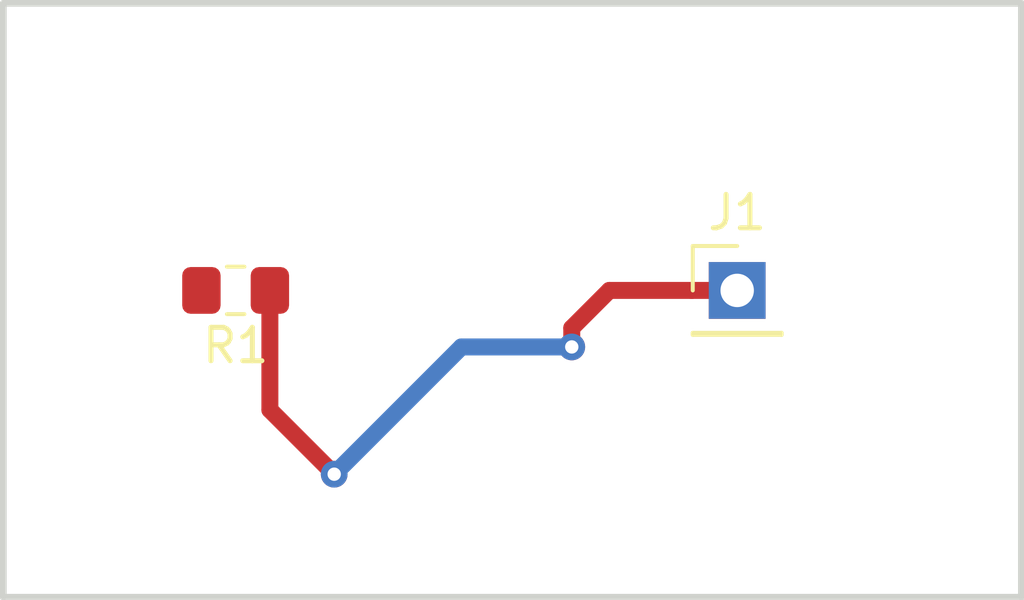
<source format=kicad_pcb>
(kicad_pcb (version 20171130) (host pcbnew "(5.0.0-3-g5ebb6b6)")

  (general
    (thickness 1.6)
    (drawings 4)
    (tracks 10)
    (zones 0)
    (modules 2)
    (nets 2)
  )

  (page A4)
  (layers
    (0 F.Cu signal)
    (31 B.Cu signal)
    (32 B.Adhes user)
    (33 F.Adhes user)
    (34 B.Paste user)
    (35 F.Paste user)
    (36 B.SilkS user)
    (37 F.SilkS user)
    (38 B.Mask user)
    (39 F.Mask user)
    (40 Dwgs.User user)
    (41 Cmts.User user)
    (42 Eco1.User user)
    (43 Eco2.User user)
    (44 Edge.Cuts user)
    (45 Margin user)
    (46 B.CrtYd user)
    (47 F.CrtYd user)
    (48 B.Fab user)
    (49 F.Fab user)
  )

  (setup
    (last_trace_width 0.508)
    (user_trace_width 0.508)
    (trace_clearance 0.2)
    (zone_clearance 0.508)
    (zone_45_only no)
    (trace_min 0.2)
    (segment_width 0.2)
    (edge_width 0.1)
    (via_size 0.8)
    (via_drill 0.4)
    (via_min_size 0.4)
    (via_min_drill 0.3)
    (uvia_size 0.3)
    (uvia_drill 0.1)
    (uvias_allowed no)
    (uvia_min_size 0.2)
    (uvia_min_drill 0.1)
    (pcb_text_width 0.3)
    (pcb_text_size 1.5 1.5)
    (mod_edge_width 0.15)
    (mod_text_size 1 1)
    (mod_text_width 0.15)
    (pad_size 1.5 1.5)
    (pad_drill 0.6)
    (pad_to_mask_clearance 0)
    (aux_axis_origin 0 0)
    (visible_elements FFFFFF7F)
    (pcbplotparams
      (layerselection 0x01000_ffffffff)
      (usegerberextensions true)
      (usegerberattributes false)
      (usegerberadvancedattributes false)
      (creategerberjobfile false)
      (excludeedgelayer true)
      (linewidth 0.100000)
      (plotframeref false)
      (viasonmask false)
      (mode 1)
      (useauxorigin false)
      (hpglpennumber 1)
      (hpglpenspeed 20)
      (hpglpendiameter 15.000000)
      (psnegative false)
      (psa4output false)
      (plotreference true)
      (plotvalue true)
      (plotinvisibletext false)
      (padsonsilk false)
      (subtractmaskfromsilk false)
      (outputformat 1)
      (mirror false)
      (drillshape 0)
      (scaleselection 1)
      (outputdirectory "gerber/"))
  )

  (net 0 "")
  (net 1 "Net-(J1-Pad1)")

  (net_class Default "This is the default net class."
    (clearance 0.2)
    (trace_width 0.25)
    (via_dia 0.8)
    (via_drill 0.4)
    (uvia_dia 0.3)
    (uvia_drill 0.1)
    (add_net "Net-(J1-Pad1)")
  )

  (module Connector_PinHeader_2.54mm:PinHeader_1x01_P2.54mm_Vertical (layer F.Cu) (tedit 59FED5CC) (tstamp 5C3BBA22)
    (at 166.751 87.335001)
    (descr "Through hole straight pin header, 1x01, 2.54mm pitch, single row")
    (tags "Through hole pin header THT 1x01 2.54mm single row")
    (path /5C2CDECA)
    (fp_text reference J1 (at 0 -2.33) (layer F.SilkS)
      (effects (font (size 1 1) (thickness 0.15)))
    )
    (fp_text value Conn_01x04 (at 0 2.33) (layer F.Fab)
      (effects (font (size 1 1) (thickness 0.15)))
    )
    (fp_line (start -0.635 -1.27) (end 1.27 -1.27) (layer F.Fab) (width 0.1))
    (fp_line (start 1.27 -1.27) (end 1.27 1.27) (layer F.Fab) (width 0.1))
    (fp_line (start 1.27 1.27) (end -1.27 1.27) (layer F.Fab) (width 0.1))
    (fp_line (start -1.27 1.27) (end -1.27 -0.635) (layer F.Fab) (width 0.1))
    (fp_line (start -1.27 -0.635) (end -0.635 -1.27) (layer F.Fab) (width 0.1))
    (fp_line (start -1.33 1.33) (end 1.33 1.33) (layer F.SilkS) (width 0.12))
    (fp_line (start -1.33 1.27) (end -1.33 1.33) (layer F.SilkS) (width 0.12))
    (fp_line (start 1.33 1.27) (end 1.33 1.33) (layer F.SilkS) (width 0.12))
    (fp_line (start -1.33 1.27) (end 1.33 1.27) (layer F.SilkS) (width 0.12))
    (fp_line (start -1.33 0) (end -1.33 -1.33) (layer F.SilkS) (width 0.12))
    (fp_line (start -1.33 -1.33) (end 0 -1.33) (layer F.SilkS) (width 0.12))
    (fp_line (start -1.8 -1.8) (end -1.8 1.8) (layer F.CrtYd) (width 0.05))
    (fp_line (start -1.8 1.8) (end 1.8 1.8) (layer F.CrtYd) (width 0.05))
    (fp_line (start 1.8 1.8) (end 1.8 -1.8) (layer F.CrtYd) (width 0.05))
    (fp_line (start 1.8 -1.8) (end -1.8 -1.8) (layer F.CrtYd) (width 0.05))
    (fp_text user %R (at 0 0 90) (layer F.Fab)
      (effects (font (size 1 1) (thickness 0.15)))
    )
    (pad 1 thru_hole rect (at 0 0) (size 1.7 1.7) (drill 1) (layers *.Cu *.Mask)
      (net 1 "Net-(J1-Pad1)"))
    (model ${KISYS3DMOD}/Connector_PinHeader_2.54mm.3dshapes/PinHeader_1x01_P2.54mm_Vertical.wrl
      (at (xyz 0 0 0))
      (scale (xyz 1 1 1))
      (rotate (xyz 0 0 0))
    )
  )

  (module Resistor_SMD:R_0805_2012Metric_Pad1.15x1.40mm_HandSolder (layer F.Cu) (tedit 5B36C52B) (tstamp 5C3BBA33)
    (at 151.735001 87.335001 180)
    (descr "Resistor SMD 0805 (2012 Metric), square (rectangular) end terminal, IPC_7351 nominal with elongated pad for handsoldering. (Body size source: https://docs.google.com/spreadsheets/d/1BsfQQcO9C6DZCsRaXUlFlo91Tg2WpOkGARC1WS5S8t0/edit?usp=sharing), generated with kicad-footprint-generator")
    (tags "resistor handsolder")
    (path /5C2CDFAB)
    (attr smd)
    (fp_text reference R1 (at 0 -1.65 180) (layer F.SilkS)
      (effects (font (size 1 1) (thickness 0.15)))
    )
    (fp_text value R_Small (at 0 1.65 180) (layer F.Fab)
      (effects (font (size 1 1) (thickness 0.15)))
    )
    (fp_line (start -1 0.6) (end -1 -0.6) (layer F.Fab) (width 0.1))
    (fp_line (start -1 -0.6) (end 1 -0.6) (layer F.Fab) (width 0.1))
    (fp_line (start 1 -0.6) (end 1 0.6) (layer F.Fab) (width 0.1))
    (fp_line (start 1 0.6) (end -1 0.6) (layer F.Fab) (width 0.1))
    (fp_line (start -0.261252 -0.71) (end 0.261252 -0.71) (layer F.SilkS) (width 0.12))
    (fp_line (start -0.261252 0.71) (end 0.261252 0.71) (layer F.SilkS) (width 0.12))
    (fp_line (start -1.85 0.95) (end -1.85 -0.95) (layer F.CrtYd) (width 0.05))
    (fp_line (start -1.85 -0.95) (end 1.85 -0.95) (layer F.CrtYd) (width 0.05))
    (fp_line (start 1.85 -0.95) (end 1.85 0.95) (layer F.CrtYd) (width 0.05))
    (fp_line (start 1.85 0.95) (end -1.85 0.95) (layer F.CrtYd) (width 0.05))
    (fp_text user %R (at 0 0 180) (layer F.Fab)
      (effects (font (size 0.5 0.5) (thickness 0.08)))
    )
    (pad 1 smd roundrect (at -1.025 0 180) (size 1.15 1.4) (layers F.Cu F.Paste F.Mask) (roundrect_rratio 0.217391)
      (net 1 "Net-(J1-Pad1)"))
    (pad 2 smd roundrect (at 1.025 0 180) (size 1.15 1.4) (layers F.Cu F.Paste F.Mask) (roundrect_rratio 0.217391))
    (model ${KISYS3DMOD}/Resistor_SMD.3dshapes/R_0805_2012Metric.wrl
      (at (xyz 0 0 0))
      (scale (xyz 1 1 1))
      (rotate (xyz 0 0 0))
    )
  )

  (gr_line (start 175.26 78.74) (end 144.78 78.74) (layer Edge.Cuts) (width 0.2))
  (gr_line (start 175.26 96.52) (end 175.26 78.74) (layer Edge.Cuts) (width 0.2))
  (gr_line (start 144.78 96.52) (end 175.26 96.52) (layer Edge.Cuts) (width 0.2))
  (gr_line (start 144.78 78.74) (end 144.78 96.52) (layer Edge.Cuts) (width 0.2))

  (segment (start 152.760001 90.911001) (end 154.686 92.837) (width 0.508) (layer F.Cu) (net 1))
  (via (at 154.686 92.837) (size 0.8) (drill 0.4) (layers F.Cu B.Cu) (net 1))
  (segment (start 152.760001 87.335001) (end 152.760001 90.911001) (width 0.508) (layer F.Cu) (net 1))
  (via (at 161.798 89.027) (size 0.8) (drill 0.4) (layers F.Cu B.Cu) (net 1))
  (segment (start 158.496 89.027) (end 161.798 89.027) (width 0.508) (layer B.Cu) (net 1))
  (segment (start 154.686 92.837) (end 158.496 89.027) (width 0.508) (layer B.Cu) (net 1))
  (segment (start 162.924314 87.335001) (end 165.393 87.335001) (width 0.508) (layer F.Cu) (net 1))
  (segment (start 165.393 87.335001) (end 166.751 87.335001) (width 0.508) (layer F.Cu) (net 1))
  (segment (start 161.798 88.461315) (end 162.924314 87.335001) (width 0.508) (layer F.Cu) (net 1))
  (segment (start 161.798 89.027) (end 161.798 88.461315) (width 0.508) (layer F.Cu) (net 1))

)

</source>
